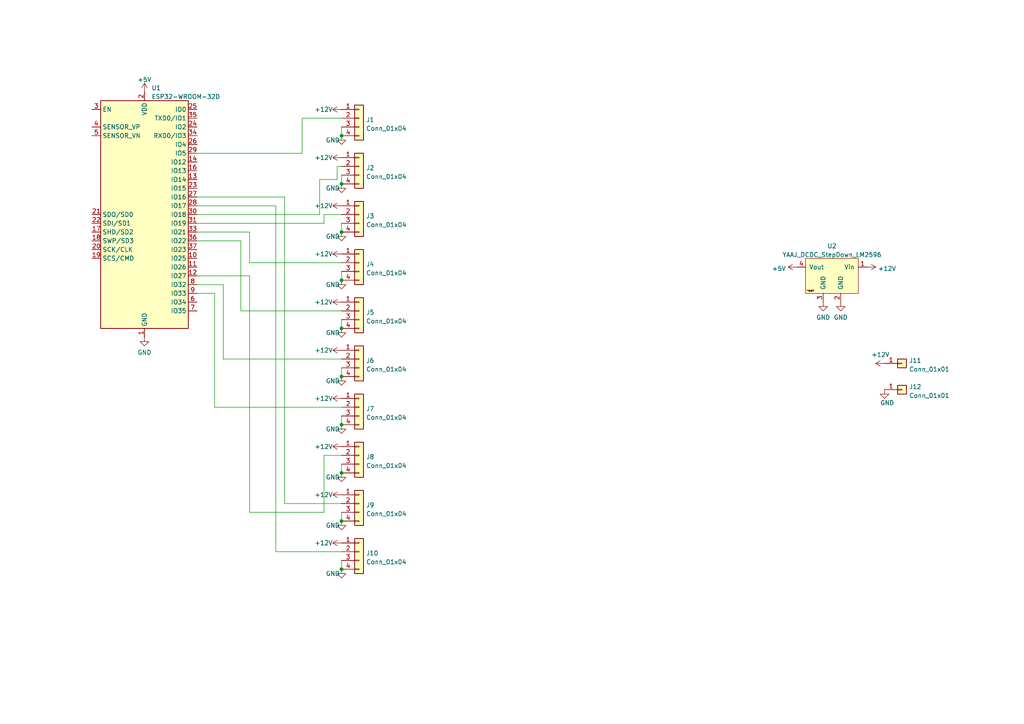
<source format=kicad_sch>
(kicad_sch (version 20211123) (generator eeschema)

  (uuid dc615000-52f1-408f-aac6-f6128d495965)

  (paper "A4")

  (lib_symbols
    (symbol "Connector_Generic:Conn_01x01" (pin_names (offset 1.016) hide) (in_bom yes) (on_board yes)
      (property "Reference" "J" (id 0) (at 0 2.54 0)
        (effects (font (size 1.27 1.27)))
      )
      (property "Value" "Conn_01x01" (id 1) (at 0 -2.54 0)
        (effects (font (size 1.27 1.27)))
      )
      (property "Footprint" "" (id 2) (at 0 0 0)
        (effects (font (size 1.27 1.27)) hide)
      )
      (property "Datasheet" "~" (id 3) (at 0 0 0)
        (effects (font (size 1.27 1.27)) hide)
      )
      (property "ki_keywords" "connector" (id 4) (at 0 0 0)
        (effects (font (size 1.27 1.27)) hide)
      )
      (property "ki_description" "Generic connector, single row, 01x01, script generated (kicad-library-utils/schlib/autogen/connector/)" (id 5) (at 0 0 0)
        (effects (font (size 1.27 1.27)) hide)
      )
      (property "ki_fp_filters" "Connector*:*_1x??_*" (id 6) (at 0 0 0)
        (effects (font (size 1.27 1.27)) hide)
      )
      (symbol "Conn_01x01_1_1"
        (rectangle (start -1.27 0.127) (end 0 -0.127)
          (stroke (width 0.1524) (type default) (color 0 0 0 0))
          (fill (type none))
        )
        (rectangle (start -1.27 1.27) (end 1.27 -1.27)
          (stroke (width 0.254) (type default) (color 0 0 0 0))
          (fill (type background))
        )
        (pin passive line (at -5.08 0 0) (length 3.81)
          (name "Pin_1" (effects (font (size 1.27 1.27))))
          (number "1" (effects (font (size 1.27 1.27))))
        )
      )
    )
    (symbol "Connector_Generic:Conn_01x04" (pin_names (offset 1.016) hide) (in_bom yes) (on_board yes)
      (property "Reference" "J" (id 0) (at 0 5.08 0)
        (effects (font (size 1.27 1.27)))
      )
      (property "Value" "Conn_01x04" (id 1) (at 0 -7.62 0)
        (effects (font (size 1.27 1.27)))
      )
      (property "Footprint" "" (id 2) (at 0 0 0)
        (effects (font (size 1.27 1.27)) hide)
      )
      (property "Datasheet" "~" (id 3) (at 0 0 0)
        (effects (font (size 1.27 1.27)) hide)
      )
      (property "ki_keywords" "connector" (id 4) (at 0 0 0)
        (effects (font (size 1.27 1.27)) hide)
      )
      (property "ki_description" "Generic connector, single row, 01x04, script generated (kicad-library-utils/schlib/autogen/connector/)" (id 5) (at 0 0 0)
        (effects (font (size 1.27 1.27)) hide)
      )
      (property "ki_fp_filters" "Connector*:*_1x??_*" (id 6) (at 0 0 0)
        (effects (font (size 1.27 1.27)) hide)
      )
      (symbol "Conn_01x04_1_1"
        (rectangle (start -1.27 -4.953) (end 0 -5.207)
          (stroke (width 0.1524) (type default) (color 0 0 0 0))
          (fill (type none))
        )
        (rectangle (start -1.27 -2.413) (end 0 -2.667)
          (stroke (width 0.1524) (type default) (color 0 0 0 0))
          (fill (type none))
        )
        (rectangle (start -1.27 0.127) (end 0 -0.127)
          (stroke (width 0.1524) (type default) (color 0 0 0 0))
          (fill (type none))
        )
        (rectangle (start -1.27 2.667) (end 0 2.413)
          (stroke (width 0.1524) (type default) (color 0 0 0 0))
          (fill (type none))
        )
        (rectangle (start -1.27 3.81) (end 1.27 -6.35)
          (stroke (width 0.254) (type default) (color 0 0 0 0))
          (fill (type background))
        )
        (pin passive line (at -5.08 2.54 0) (length 3.81)
          (name "Pin_1" (effects (font (size 1.27 1.27))))
          (number "1" (effects (font (size 1.27 1.27))))
        )
        (pin passive line (at -5.08 0 0) (length 3.81)
          (name "Pin_2" (effects (font (size 1.27 1.27))))
          (number "2" (effects (font (size 1.27 1.27))))
        )
        (pin passive line (at -5.08 -2.54 0) (length 3.81)
          (name "Pin_3" (effects (font (size 1.27 1.27))))
          (number "3" (effects (font (size 1.27 1.27))))
        )
        (pin passive line (at -5.08 -5.08 0) (length 3.81)
          (name "Pin_4" (effects (font (size 1.27 1.27))))
          (number "4" (effects (font (size 1.27 1.27))))
        )
      )
    )
    (symbol "Custom:YAAJ_DCDC_StepDown_LM2596" (pin_names (offset 1.016)) (in_bom yes) (on_board yes)
      (property "Reference" "U" (id 0) (at -5.08 6.35 0)
        (effects (font (size 1.27 1.27)))
      )
      (property "Value" "YAAJ_DCDC_StepDown_LM2596" (id 1) (at 0 11.43 0)
        (effects (font (size 1.27 1.27)))
      )
      (property "Footprint" "" (id 2) (at -1.27 0 0)
        (effects (font (size 1.27 1.27)) hide)
      )
      (property "Datasheet" "" (id 3) (at -1.27 0 0)
        (effects (font (size 1.27 1.27)) hide)
      )
      (property "ki_keywords" "module stepdown step down buck converter DCDC DC" (id 4) (at 0 0 0)
        (effects (font (size 1.27 1.27)) hide)
      )
      (property "ki_description" "module : adjustable step down module 3.2V-40V to 1.25V-35V 3A" (id 5) (at 0 0 0)
        (effects (font (size 1.27 1.27)) hide)
      )
      (symbol "YAAJ_DCDC_StepDown_LM2596_0_1"
        (rectangle (start -7.62 5.08) (end 7.62 -5.08)
          (stroke (width 0) (type default) (color 0 0 0 0))
          (fill (type background))
        )
      )
      (symbol "YAAJ_DCDC_StepDown_LM2596_1_1"
        (text "Y@@V" (at 6.1976 -4.2672 0)
          (effects (font (size 0.508 0.508)))
        )
        (pin power_in line (at -10.16 2.54 0) (length 2.54)
          (name "Vin" (effects (font (size 1.27 1.27))))
          (number "1" (effects (font (size 1.27 1.27))))
        )
        (pin power_in line (at -2.54 -7.62 90) (length 2.54)
          (name "GND" (effects (font (size 1.27 1.27))))
          (number "2" (effects (font (size 1.27 1.27))))
        )
        (pin power_in line (at 2.54 -7.62 90) (length 2.54)
          (name "GND" (effects (font (size 1.27 1.27))))
          (number "3" (effects (font (size 1.27 1.27))))
        )
        (pin power_out line (at 10.16 2.54 180) (length 2.54)
          (name "Vout" (effects (font (size 1.27 1.27))))
          (number "4" (effects (font (size 1.27 1.27))))
        )
      )
    )
    (symbol "RF_Module:ESP32-WROOM-32D" (in_bom yes) (on_board yes)
      (property "Reference" "U" (id 0) (at -12.7 34.29 0)
        (effects (font (size 1.27 1.27)) (justify left))
      )
      (property "Value" "ESP32-WROOM-32D" (id 1) (at 1.27 34.29 0)
        (effects (font (size 1.27 1.27)) (justify left))
      )
      (property "Footprint" "RF_Module:ESP32-WROOM-32" (id 2) (at 0 -38.1 0)
        (effects (font (size 1.27 1.27)) hide)
      )
      (property "Datasheet" "https://www.espressif.com/sites/default/files/documentation/esp32-wroom-32d_esp32-wroom-32u_datasheet_en.pdf" (id 3) (at -7.62 1.27 0)
        (effects (font (size 1.27 1.27)) hide)
      )
      (property "ki_keywords" "RF Radio BT ESP ESP32 Espressif onboard PCB antenna" (id 4) (at 0 0 0)
        (effects (font (size 1.27 1.27)) hide)
      )
      (property "ki_description" "RF Module, ESP32-D0WD SoC, Wi-Fi 802.11b/g/n, Bluetooth, BLE, 32-bit, 2.7-3.6V, onboard antenna, SMD" (id 5) (at 0 0 0)
        (effects (font (size 1.27 1.27)) hide)
      )
      (property "ki_fp_filters" "ESP32?WROOM?32*" (id 6) (at 0 0 0)
        (effects (font (size 1.27 1.27)) hide)
      )
      (symbol "ESP32-WROOM-32D_0_1"
        (rectangle (start -12.7 33.02) (end 12.7 -33.02)
          (stroke (width 0.254) (type default) (color 0 0 0 0))
          (fill (type background))
        )
      )
      (symbol "ESP32-WROOM-32D_1_1"
        (pin power_in line (at 0 -35.56 90) (length 2.54)
          (name "GND" (effects (font (size 1.27 1.27))))
          (number "1" (effects (font (size 1.27 1.27))))
        )
        (pin bidirectional line (at 15.24 -12.7 180) (length 2.54)
          (name "IO25" (effects (font (size 1.27 1.27))))
          (number "10" (effects (font (size 1.27 1.27))))
        )
        (pin bidirectional line (at 15.24 -15.24 180) (length 2.54)
          (name "IO26" (effects (font (size 1.27 1.27))))
          (number "11" (effects (font (size 1.27 1.27))))
        )
        (pin bidirectional line (at 15.24 -17.78 180) (length 2.54)
          (name "IO27" (effects (font (size 1.27 1.27))))
          (number "12" (effects (font (size 1.27 1.27))))
        )
        (pin bidirectional line (at 15.24 10.16 180) (length 2.54)
          (name "IO14" (effects (font (size 1.27 1.27))))
          (number "13" (effects (font (size 1.27 1.27))))
        )
        (pin bidirectional line (at 15.24 15.24 180) (length 2.54)
          (name "IO12" (effects (font (size 1.27 1.27))))
          (number "14" (effects (font (size 1.27 1.27))))
        )
        (pin passive line (at 0 -35.56 90) (length 2.54) hide
          (name "GND" (effects (font (size 1.27 1.27))))
          (number "15" (effects (font (size 1.27 1.27))))
        )
        (pin bidirectional line (at 15.24 12.7 180) (length 2.54)
          (name "IO13" (effects (font (size 1.27 1.27))))
          (number "16" (effects (font (size 1.27 1.27))))
        )
        (pin bidirectional line (at -15.24 -5.08 0) (length 2.54)
          (name "SHD/SD2" (effects (font (size 1.27 1.27))))
          (number "17" (effects (font (size 1.27 1.27))))
        )
        (pin bidirectional line (at -15.24 -7.62 0) (length 2.54)
          (name "SWP/SD3" (effects (font (size 1.27 1.27))))
          (number "18" (effects (font (size 1.27 1.27))))
        )
        (pin bidirectional line (at -15.24 -12.7 0) (length 2.54)
          (name "SCS/CMD" (effects (font (size 1.27 1.27))))
          (number "19" (effects (font (size 1.27 1.27))))
        )
        (pin power_in line (at 0 35.56 270) (length 2.54)
          (name "VDD" (effects (font (size 1.27 1.27))))
          (number "2" (effects (font (size 1.27 1.27))))
        )
        (pin bidirectional line (at -15.24 -10.16 0) (length 2.54)
          (name "SCK/CLK" (effects (font (size 1.27 1.27))))
          (number "20" (effects (font (size 1.27 1.27))))
        )
        (pin bidirectional line (at -15.24 0 0) (length 2.54)
          (name "SDO/SD0" (effects (font (size 1.27 1.27))))
          (number "21" (effects (font (size 1.27 1.27))))
        )
        (pin bidirectional line (at -15.24 -2.54 0) (length 2.54)
          (name "SDI/SD1" (effects (font (size 1.27 1.27))))
          (number "22" (effects (font (size 1.27 1.27))))
        )
        (pin bidirectional line (at 15.24 7.62 180) (length 2.54)
          (name "IO15" (effects (font (size 1.27 1.27))))
          (number "23" (effects (font (size 1.27 1.27))))
        )
        (pin bidirectional line (at 15.24 25.4 180) (length 2.54)
          (name "IO2" (effects (font (size 1.27 1.27))))
          (number "24" (effects (font (size 1.27 1.27))))
        )
        (pin bidirectional line (at 15.24 30.48 180) (length 2.54)
          (name "IO0" (effects (font (size 1.27 1.27))))
          (number "25" (effects (font (size 1.27 1.27))))
        )
        (pin bidirectional line (at 15.24 20.32 180) (length 2.54)
          (name "IO4" (effects (font (size 1.27 1.27))))
          (number "26" (effects (font (size 1.27 1.27))))
        )
        (pin bidirectional line (at 15.24 5.08 180) (length 2.54)
          (name "IO16" (effects (font (size 1.27 1.27))))
          (number "27" (effects (font (size 1.27 1.27))))
        )
        (pin bidirectional line (at 15.24 2.54 180) (length 2.54)
          (name "IO17" (effects (font (size 1.27 1.27))))
          (number "28" (effects (font (size 1.27 1.27))))
        )
        (pin bidirectional line (at 15.24 17.78 180) (length 2.54)
          (name "IO5" (effects (font (size 1.27 1.27))))
          (number "29" (effects (font (size 1.27 1.27))))
        )
        (pin input line (at -15.24 30.48 0) (length 2.54)
          (name "EN" (effects (font (size 1.27 1.27))))
          (number "3" (effects (font (size 1.27 1.27))))
        )
        (pin bidirectional line (at 15.24 0 180) (length 2.54)
          (name "IO18" (effects (font (size 1.27 1.27))))
          (number "30" (effects (font (size 1.27 1.27))))
        )
        (pin bidirectional line (at 15.24 -2.54 180) (length 2.54)
          (name "IO19" (effects (font (size 1.27 1.27))))
          (number "31" (effects (font (size 1.27 1.27))))
        )
        (pin no_connect line (at -12.7 -27.94 0) (length 2.54) hide
          (name "NC" (effects (font (size 1.27 1.27))))
          (number "32" (effects (font (size 1.27 1.27))))
        )
        (pin bidirectional line (at 15.24 -5.08 180) (length 2.54)
          (name "IO21" (effects (font (size 1.27 1.27))))
          (number "33" (effects (font (size 1.27 1.27))))
        )
        (pin bidirectional line (at 15.24 22.86 180) (length 2.54)
          (name "RXD0/IO3" (effects (font (size 1.27 1.27))))
          (number "34" (effects (font (size 1.27 1.27))))
        )
        (pin bidirectional line (at 15.24 27.94 180) (length 2.54)
          (name "TXD0/IO1" (effects (font (size 1.27 1.27))))
          (number "35" (effects (font (size 1.27 1.27))))
        )
        (pin bidirectional line (at 15.24 -7.62 180) (length 2.54)
          (name "IO22" (effects (font (size 1.27 1.27))))
          (number "36" (effects (font (size 1.27 1.27))))
        )
        (pin bidirectional line (at 15.24 -10.16 180) (length 2.54)
          (name "IO23" (effects (font (size 1.27 1.27))))
          (number "37" (effects (font (size 1.27 1.27))))
        )
        (pin passive line (at 0 -35.56 90) (length 2.54) hide
          (name "GND" (effects (font (size 1.27 1.27))))
          (number "38" (effects (font (size 1.27 1.27))))
        )
        (pin passive line (at 0 -35.56 90) (length 2.54) hide
          (name "GND" (effects (font (size 1.27 1.27))))
          (number "39" (effects (font (size 1.27 1.27))))
        )
        (pin input line (at -15.24 25.4 0) (length 2.54)
          (name "SENSOR_VP" (effects (font (size 1.27 1.27))))
          (number "4" (effects (font (size 1.27 1.27))))
        )
        (pin input line (at -15.24 22.86 0) (length 2.54)
          (name "SENSOR_VN" (effects (font (size 1.27 1.27))))
          (number "5" (effects (font (size 1.27 1.27))))
        )
        (pin input line (at 15.24 -25.4 180) (length 2.54)
          (name "IO34" (effects (font (size 1.27 1.27))))
          (number "6" (effects (font (size 1.27 1.27))))
        )
        (pin input line (at 15.24 -27.94 180) (length 2.54)
          (name "IO35" (effects (font (size 1.27 1.27))))
          (number "7" (effects (font (size 1.27 1.27))))
        )
        (pin bidirectional line (at 15.24 -20.32 180) (length 2.54)
          (name "IO32" (effects (font (size 1.27 1.27))))
          (number "8" (effects (font (size 1.27 1.27))))
        )
        (pin bidirectional line (at 15.24 -22.86 180) (length 2.54)
          (name "IO33" (effects (font (size 1.27 1.27))))
          (number "9" (effects (font (size 1.27 1.27))))
        )
      )
    )
    (symbol "power:+12V" (power) (pin_names (offset 0)) (in_bom yes) (on_board yes)
      (property "Reference" "#PWR" (id 0) (at 0 -3.81 0)
        (effects (font (size 1.27 1.27)) hide)
      )
      (property "Value" "+12V" (id 1) (at 0 3.556 0)
        (effects (font (size 1.27 1.27)))
      )
      (property "Footprint" "" (id 2) (at 0 0 0)
        (effects (font (size 1.27 1.27)) hide)
      )
      (property "Datasheet" "" (id 3) (at 0 0 0)
        (effects (font (size 1.27 1.27)) hide)
      )
      (property "ki_keywords" "power-flag" (id 4) (at 0 0 0)
        (effects (font (size 1.27 1.27)) hide)
      )
      (property "ki_description" "Power symbol creates a global label with name \"+12V\"" (id 5) (at 0 0 0)
        (effects (font (size 1.27 1.27)) hide)
      )
      (symbol "+12V_0_1"
        (polyline
          (pts
            (xy -0.762 1.27)
            (xy 0 2.54)
          )
          (stroke (width 0) (type default) (color 0 0 0 0))
          (fill (type none))
        )
        (polyline
          (pts
            (xy 0 0)
            (xy 0 2.54)
          )
          (stroke (width 0) (type default) (color 0 0 0 0))
          (fill (type none))
        )
        (polyline
          (pts
            (xy 0 2.54)
            (xy 0.762 1.27)
          )
          (stroke (width 0) (type default) (color 0 0 0 0))
          (fill (type none))
        )
      )
      (symbol "+12V_1_1"
        (pin power_in line (at 0 0 90) (length 0) hide
          (name "+12V" (effects (font (size 1.27 1.27))))
          (number "1" (effects (font (size 1.27 1.27))))
        )
      )
    )
    (symbol "power:+5V" (power) (pin_names (offset 0)) (in_bom yes) (on_board yes)
      (property "Reference" "#PWR" (id 0) (at 0 -3.81 0)
        (effects (font (size 1.27 1.27)) hide)
      )
      (property "Value" "+5V" (id 1) (at 0 3.556 0)
        (effects (font (size 1.27 1.27)))
      )
      (property "Footprint" "" (id 2) (at 0 0 0)
        (effects (font (size 1.27 1.27)) hide)
      )
      (property "Datasheet" "" (id 3) (at 0 0 0)
        (effects (font (size 1.27 1.27)) hide)
      )
      (property "ki_keywords" "power-flag" (id 4) (at 0 0 0)
        (effects (font (size 1.27 1.27)) hide)
      )
      (property "ki_description" "Power symbol creates a global label with name \"+5V\"" (id 5) (at 0 0 0)
        (effects (font (size 1.27 1.27)) hide)
      )
      (symbol "+5V_0_1"
        (polyline
          (pts
            (xy -0.762 1.27)
            (xy 0 2.54)
          )
          (stroke (width 0) (type default) (color 0 0 0 0))
          (fill (type none))
        )
        (polyline
          (pts
            (xy 0 0)
            (xy 0 2.54)
          )
          (stroke (width 0) (type default) (color 0 0 0 0))
          (fill (type none))
        )
        (polyline
          (pts
            (xy 0 2.54)
            (xy 0.762 1.27)
          )
          (stroke (width 0) (type default) (color 0 0 0 0))
          (fill (type none))
        )
      )
      (symbol "+5V_1_1"
        (pin power_in line (at 0 0 90) (length 0) hide
          (name "+5V" (effects (font (size 1.27 1.27))))
          (number "1" (effects (font (size 1.27 1.27))))
        )
      )
    )
    (symbol "power:GND" (power) (pin_names (offset 0)) (in_bom yes) (on_board yes)
      (property "Reference" "#PWR" (id 0) (at 0 -6.35 0)
        (effects (font (size 1.27 1.27)) hide)
      )
      (property "Value" "GND" (id 1) (at 0 -3.81 0)
        (effects (font (size 1.27 1.27)))
      )
      (property "Footprint" "" (id 2) (at 0 0 0)
        (effects (font (size 1.27 1.27)) hide)
      )
      (property "Datasheet" "" (id 3) (at 0 0 0)
        (effects (font (size 1.27 1.27)) hide)
      )
      (property "ki_keywords" "power-flag" (id 4) (at 0 0 0)
        (effects (font (size 1.27 1.27)) hide)
      )
      (property "ki_description" "Power symbol creates a global label with name \"GND\" , ground" (id 5) (at 0 0 0)
        (effects (font (size 1.27 1.27)) hide)
      )
      (symbol "GND_0_1"
        (polyline
          (pts
            (xy 0 0)
            (xy 0 -1.27)
            (xy 1.27 -1.27)
            (xy 0 -2.54)
            (xy -1.27 -1.27)
            (xy 0 -1.27)
          )
          (stroke (width 0) (type default) (color 0 0 0 0))
          (fill (type none))
        )
      )
      (symbol "GND_1_1"
        (pin power_in line (at 0 0 270) (length 0) hide
          (name "GND" (effects (font (size 1.27 1.27))))
          (number "1" (effects (font (size 1.27 1.27))))
        )
      )
    )
  )

  (junction (at 99.06 67.31) (diameter 0) (color 0 0 0 0)
    (uuid 0721c0e4-51fe-4137-8854-32ecbec251d3)
  )
  (junction (at 99.06 109.22) (diameter 0) (color 0 0 0 0)
    (uuid 0c319fb4-239a-40ce-8e16-1d3e8cb71f09)
  )
  (junction (at 99.06 95.25) (diameter 0) (color 0 0 0 0)
    (uuid 1059bf5d-1715-498d-9208-bbf0efcbde03)
  )
  (junction (at 99.06 53.34) (diameter 0) (color 0 0 0 0)
    (uuid 16b0241e-6054-4565-8a77-3eccfb02ad05)
  )
  (junction (at 99.06 165.1) (diameter 0) (color 0 0 0 0)
    (uuid 2174fc7e-7b02-4b24-8eb3-371056cad533)
  )
  (junction (at 99.06 151.13) (diameter 0) (color 0 0 0 0)
    (uuid 54e564ba-e19c-45ea-92d7-9f670ef3733e)
  )
  (junction (at 99.06 123.19) (diameter 0) (color 0 0 0 0)
    (uuid 9b950f8e-3ef6-4feb-b3fa-882c364ef7b3)
  )
  (junction (at 99.06 81.28) (diameter 0) (color 0 0 0 0)
    (uuid a8f3d820-f82d-4bc7-bdd6-b31af8bc0119)
  )
  (junction (at 99.06 39.37) (diameter 0) (color 0 0 0 0)
    (uuid d2449310-3635-4384-992b-c0cf3318cb05)
  )
  (junction (at 99.06 137.16) (diameter 0) (color 0 0 0 0)
    (uuid d71fa146-a081-4248-a3e1-d17c1de57656)
  )

  (wire (pts (xy 57.15 85.09) (xy 62.23 85.09))
    (stroke (width 0) (type default) (color 0 0 0 0))
    (uuid 00a63f2b-897b-4b19-b1ea-7b1dfdc52e2f)
  )
  (wire (pts (xy 87.63 44.45) (xy 87.63 34.29))
    (stroke (width 0) (type default) (color 0 0 0 0))
    (uuid 09e16f13-0c22-4fe1-95c9-d044f160d0f8)
  )
  (wire (pts (xy 92.71 52.07) (xy 97.79 52.07))
    (stroke (width 0) (type default) (color 0 0 0 0))
    (uuid 11d8645e-881f-4937-a14f-6c1426381618)
  )
  (wire (pts (xy 69.85 69.85) (xy 69.85 90.17))
    (stroke (width 0) (type default) (color 0 0 0 0))
    (uuid 13597af3-396b-4187-b542-322f0850578d)
  )
  (wire (pts (xy 57.15 67.31) (xy 72.39 67.31))
    (stroke (width 0) (type default) (color 0 0 0 0))
    (uuid 190070b0-85cd-4fae-939e-be80e77338b7)
  )
  (wire (pts (xy 80.01 59.69) (xy 80.01 160.02))
    (stroke (width 0) (type default) (color 0 0 0 0))
    (uuid 19675e51-ca97-40c0-b8d2-d52b5adbcd52)
  )
  (wire (pts (xy 72.39 76.2) (xy 99.06 76.2))
    (stroke (width 0) (type default) (color 0 0 0 0))
    (uuid 21c7b0a5-3e40-4858-9235-c2f993452ea1)
  )
  (wire (pts (xy 99.06 120.65) (xy 99.06 123.19))
    (stroke (width 0) (type default) (color 0 0 0 0))
    (uuid 26e9d38c-c3d4-4c57-b861-c3e5355d9f1a)
  )
  (wire (pts (xy 97.79 52.07) (xy 97.79 48.26))
    (stroke (width 0) (type default) (color 0 0 0 0))
    (uuid 283184ab-b633-4ac0-8b0d-84d6ae653578)
  )
  (wire (pts (xy 92.71 62.23) (xy 92.71 52.07))
    (stroke (width 0) (type default) (color 0 0 0 0))
    (uuid 35fa65e1-6636-4731-8a61-3e211b1aefb3)
  )
  (wire (pts (xy 69.85 90.17) (xy 99.06 90.17))
    (stroke (width 0) (type default) (color 0 0 0 0))
    (uuid 371b7b32-be32-4eff-bf71-742996b0d911)
  )
  (wire (pts (xy 93.98 132.08) (xy 93.98 148.59))
    (stroke (width 0) (type default) (color 0 0 0 0))
    (uuid 5299eb7a-44b8-4892-a6d8-dc48e7025e2b)
  )
  (wire (pts (xy 64.77 82.55) (xy 64.77 104.14))
    (stroke (width 0) (type default) (color 0 0 0 0))
    (uuid 5adc1364-b5b1-473b-991b-504c6071147c)
  )
  (wire (pts (xy 99.06 78.74) (xy 99.06 81.28))
    (stroke (width 0) (type default) (color 0 0 0 0))
    (uuid 661c212c-5437-4548-97a3-f06198852a81)
  )
  (wire (pts (xy 62.23 118.11) (xy 99.06 118.11))
    (stroke (width 0) (type default) (color 0 0 0 0))
    (uuid 6b8ad699-ca7c-426b-ba48-fb7e1923d445)
  )
  (wire (pts (xy 57.15 80.01) (xy 72.39 80.01))
    (stroke (width 0) (type default) (color 0 0 0 0))
    (uuid 6e07d66c-e543-4ea9-8f2a-45fe87258732)
  )
  (wire (pts (xy 80.01 160.02) (xy 99.06 160.02))
    (stroke (width 0) (type default) (color 0 0 0 0))
    (uuid 71ddfe99-a7bb-4d48-b76a-d8cf931ac389)
  )
  (wire (pts (xy 57.15 57.15) (xy 82.55 57.15))
    (stroke (width 0) (type default) (color 0 0 0 0))
    (uuid 72ac9313-b24c-4095-a0f7-784562b5eb77)
  )
  (wire (pts (xy 57.15 82.55) (xy 64.77 82.55))
    (stroke (width 0) (type default) (color 0 0 0 0))
    (uuid 7a590b11-909d-42f8-83e1-e819e3394057)
  )
  (wire (pts (xy 57.15 64.77) (xy 93.98 64.77))
    (stroke (width 0) (type default) (color 0 0 0 0))
    (uuid 83625fb4-dec4-4e5c-9cc6-1f4721494f3b)
  )
  (wire (pts (xy 72.39 67.31) (xy 72.39 76.2))
    (stroke (width 0) (type default) (color 0 0 0 0))
    (uuid 862dbe27-6799-41dc-afb5-57ed33e7dbf0)
  )
  (wire (pts (xy 99.06 92.71) (xy 99.06 95.25))
    (stroke (width 0) (type default) (color 0 0 0 0))
    (uuid 92501939-86c3-4e6a-89ab-3b6806964b56)
  )
  (wire (pts (xy 99.06 36.83) (xy 99.06 39.37))
    (stroke (width 0) (type default) (color 0 0 0 0))
    (uuid 93230611-7314-431c-b926-cb2c48f92fc3)
  )
  (wire (pts (xy 99.06 50.8) (xy 99.06 53.34))
    (stroke (width 0) (type default) (color 0 0 0 0))
    (uuid 9478992c-93ca-48bf-8053-72d39a73f645)
  )
  (wire (pts (xy 87.63 34.29) (xy 99.06 34.29))
    (stroke (width 0) (type default) (color 0 0 0 0))
    (uuid 95f0939d-600f-46e0-889f-680e1c91bc3b)
  )
  (wire (pts (xy 57.15 62.23) (xy 92.71 62.23))
    (stroke (width 0) (type default) (color 0 0 0 0))
    (uuid 966f2997-6a38-4a23-9b4e-95a3868e53ca)
  )
  (wire (pts (xy 93.98 62.23) (xy 99.06 62.23))
    (stroke (width 0) (type default) (color 0 0 0 0))
    (uuid 9a9fd6ef-e6d6-49f8-82d8-b2bfa6517de5)
  )
  (wire (pts (xy 82.55 146.05) (xy 99.06 146.05))
    (stroke (width 0) (type default) (color 0 0 0 0))
    (uuid a6a71609-3eec-4d7b-bf84-21edf222e548)
  )
  (wire (pts (xy 93.98 64.77) (xy 93.98 62.23))
    (stroke (width 0) (type default) (color 0 0 0 0))
    (uuid a96ac600-4234-4ba8-8cf7-d8bf3bfd9ad0)
  )
  (wire (pts (xy 99.06 64.77) (xy 99.06 67.31))
    (stroke (width 0) (type default) (color 0 0 0 0))
    (uuid ad44c987-864b-4ac7-8404-3000a300a64b)
  )
  (wire (pts (xy 99.06 162.56) (xy 99.06 165.1))
    (stroke (width 0) (type default) (color 0 0 0 0))
    (uuid b401f255-9a3e-42a0-90d8-705c89d8a709)
  )
  (wire (pts (xy 93.98 132.08) (xy 99.06 132.08))
    (stroke (width 0) (type default) (color 0 0 0 0))
    (uuid b9a10425-e374-43ce-97fd-74b4119a7a81)
  )
  (wire (pts (xy 72.39 80.01) (xy 72.39 148.59))
    (stroke (width 0) (type default) (color 0 0 0 0))
    (uuid c2b10e49-d5f7-4e62-b3da-2e47cbbb2e8f)
  )
  (wire (pts (xy 99.06 148.59) (xy 99.06 151.13))
    (stroke (width 0) (type default) (color 0 0 0 0))
    (uuid c8755489-2028-41a4-a94c-b43ab5a0e9d8)
  )
  (wire (pts (xy 62.23 85.09) (xy 62.23 118.11))
    (stroke (width 0) (type default) (color 0 0 0 0))
    (uuid cc1b2dd7-d4ea-45b3-9158-ecbc7bc38857)
  )
  (wire (pts (xy 64.77 104.14) (xy 99.06 104.14))
    (stroke (width 0) (type default) (color 0 0 0 0))
    (uuid cec0294d-ca4e-4826-ab4f-66785b0a11db)
  )
  (wire (pts (xy 57.15 69.85) (xy 69.85 69.85))
    (stroke (width 0) (type default) (color 0 0 0 0))
    (uuid d1d68258-42cf-4272-8c63-4a66c91c944e)
  )
  (wire (pts (xy 57.15 59.69) (xy 80.01 59.69))
    (stroke (width 0) (type default) (color 0 0 0 0))
    (uuid d6ce4662-d076-40e6-b522-4c2cdb6bc000)
  )
  (wire (pts (xy 99.06 134.62) (xy 99.06 137.16))
    (stroke (width 0) (type default) (color 0 0 0 0))
    (uuid d883745f-9432-4159-bc6c-968caeba6977)
  )
  (wire (pts (xy 82.55 57.15) (xy 82.55 146.05))
    (stroke (width 0) (type default) (color 0 0 0 0))
    (uuid da53969b-b393-4ef6-84a0-7b3ad96fb394)
  )
  (wire (pts (xy 57.15 44.45) (xy 87.63 44.45))
    (stroke (width 0) (type default) (color 0 0 0 0))
    (uuid de4e6b25-c2de-4370-bb80-b9c651e3f7f8)
  )
  (wire (pts (xy 72.39 148.59) (xy 93.98 148.59))
    (stroke (width 0) (type default) (color 0 0 0 0))
    (uuid f14f95a4-f8b3-4623-8e0e-df2796a6ac6c)
  )
  (wire (pts (xy 99.06 106.68) (xy 99.06 109.22))
    (stroke (width 0) (type default) (color 0 0 0 0))
    (uuid f56a86aa-7679-483c-b95d-b9878287e916)
  )
  (wire (pts (xy 97.79 48.26) (xy 99.06 48.26))
    (stroke (width 0) (type default) (color 0 0 0 0))
    (uuid fb9ff129-72d1-425c-a9bb-f2a114a24d6f)
  )

  (symbol (lib_id "power:+12V") (at 251.46 77.47 270) (unit 1)
    (in_bom yes) (on_board yes) (fields_autoplaced)
    (uuid 06622ee2-bd03-4459-a11e-7a0b44d7258e)
    (property "Reference" "#PWR026" (id 0) (at 247.65 77.47 0)
      (effects (font (size 1.27 1.27)) hide)
    )
    (property "Value" "+12V" (id 1) (at 254.635 77.9038 90)
      (effects (font (size 1.27 1.27)) (justify left))
    )
    (property "Footprint" "" (id 2) (at 251.46 77.47 0)
      (effects (font (size 1.27 1.27)) hide)
    )
    (property "Datasheet" "" (id 3) (at 251.46 77.47 0)
      (effects (font (size 1.27 1.27)) hide)
    )
    (pin "1" (uuid 88afbb1e-d0f4-468c-93df-8a3a29cfc711))
  )

  (symbol (lib_id "power:GND") (at 41.91 97.79 0) (unit 1)
    (in_bom yes) (on_board yes) (fields_autoplaced)
    (uuid 0ad3a26b-ce9a-4168-a17c-d2c703f53e0f)
    (property "Reference" "#PWR02" (id 0) (at 41.91 104.14 0)
      (effects (font (size 1.27 1.27)) hide)
    )
    (property "Value" "GND" (id 1) (at 41.91 102.2334 0))
    (property "Footprint" "" (id 2) (at 41.91 97.79 0)
      (effects (font (size 1.27 1.27)) hide)
    )
    (property "Datasheet" "" (id 3) (at 41.91 97.79 0)
      (effects (font (size 1.27 1.27)) hide)
    )
    (pin "1" (uuid b689f51b-c7e9-4bb1-b9e7-4284dbf63730))
  )

  (symbol (lib_id "Connector_Generic:Conn_01x04") (at 104.14 62.23 0) (unit 1)
    (in_bom yes) (on_board yes) (fields_autoplaced)
    (uuid 10143dfe-88b7-4916-a31b-5e70e43351e8)
    (property "Reference" "J3" (id 0) (at 106.172 62.6653 0)
      (effects (font (size 1.27 1.27)) (justify left))
    )
    (property "Value" "Conn_01x04" (id 1) (at 106.172 65.2022 0)
      (effects (font (size 1.27 1.27)) (justify left))
    )
    (property "Footprint" "Connector_JST:JST_XH_S4B-XH-A_1x04_P2.50mm_Horizontal" (id 2) (at 104.14 62.23 0)
      (effects (font (size 1.27 1.27)) hide)
    )
    (property "Datasheet" "~" (id 3) (at 104.14 62.23 0)
      (effects (font (size 1.27 1.27)) hide)
    )
    (pin "1" (uuid b3084647-0677-41bd-83f6-b4e1cec5e50f))
    (pin "2" (uuid 1543aac7-2ddc-4f4b-bda3-5fbef53eacf4))
    (pin "3" (uuid ceda5f7d-2e50-4693-a400-d496bc79c37f))
    (pin "4" (uuid 3c50ee08-0bf7-42a8-a122-5f90a0a1a7dc))
  )

  (symbol (lib_id "power:GND") (at 99.06 53.34 0) (unit 1)
    (in_bom yes) (on_board yes)
    (uuid 1187aeba-f4bc-4f82-a44c-19d81d100fb5)
    (property "Reference" "#PWR06" (id 0) (at 99.06 59.69 0)
      (effects (font (size 1.27 1.27)) hide)
    )
    (property "Value" "GND" (id 1) (at 96.52 54.61 0))
    (property "Footprint" "" (id 2) (at 99.06 53.34 0)
      (effects (font (size 1.27 1.27)) hide)
    )
    (property "Datasheet" "" (id 3) (at 99.06 53.34 0)
      (effects (font (size 1.27 1.27)) hide)
    )
    (pin "1" (uuid b7bcca25-0414-4546-8059-123a6fe650ef))
  )

  (symbol (lib_id "power:GND") (at 256.54 113.03 0) (unit 1)
    (in_bom yes) (on_board yes)
    (uuid 11f4c0eb-a409-43b0-86c3-3fdc5769e092)
    (property "Reference" "#PWR028" (id 0) (at 256.54 119.38 0)
      (effects (font (size 1.27 1.27)) hide)
    )
    (property "Value" "GND" (id 1) (at 255.27 116.84 0)
      (effects (font (size 1.27 1.27)) (justify left))
    )
    (property "Footprint" "" (id 2) (at 256.54 113.03 0)
      (effects (font (size 1.27 1.27)) hide)
    )
    (property "Datasheet" "" (id 3) (at 256.54 113.03 0)
      (effects (font (size 1.27 1.27)) hide)
    )
    (pin "1" (uuid 6a68ba82-6c39-4468-9a03-4056935c8315))
  )

  (symbol (lib_id "power:+12V") (at 99.06 45.72 90) (unit 1)
    (in_bom yes) (on_board yes)
    (uuid 14fd0731-d438-4a00-9acf-92eb550af82d)
    (property "Reference" "#PWR05" (id 0) (at 102.87 45.72 0)
      (effects (font (size 1.27 1.27)) hide)
    )
    (property "Value" "+12V" (id 1) (at 96.52 45.72 90)
      (effects (font (size 1.27 1.27)) (justify left))
    )
    (property "Footprint" "" (id 2) (at 99.06 45.72 0)
      (effects (font (size 1.27 1.27)) hide)
    )
    (property "Datasheet" "" (id 3) (at 99.06 45.72 0)
      (effects (font (size 1.27 1.27)) hide)
    )
    (pin "1" (uuid 02598ed0-0a8e-41d9-a409-cf4f7700e575))
  )

  (symbol (lib_id "Connector_Generic:Conn_01x01") (at 261.62 105.41 0) (unit 1)
    (in_bom yes) (on_board yes) (fields_autoplaced)
    (uuid 17454590-339d-46fe-aeff-0242703effe2)
    (property "Reference" "J11" (id 0) (at 263.652 104.5753 0)
      (effects (font (size 1.27 1.27)) (justify left))
    )
    (property "Value" "Conn_01x01" (id 1) (at 263.652 107.1122 0)
      (effects (font (size 1.27 1.27)) (justify left))
    )
    (property "Footprint" "Custom:Anderson_Powerpole-25A-RA-G1" (id 2) (at 261.62 105.41 0)
      (effects (font (size 1.27 1.27)) hide)
    )
    (property "Datasheet" "~" (id 3) (at 261.62 105.41 0)
      (effects (font (size 1.27 1.27)) hide)
    )
    (pin "1" (uuid b2c4bc3b-8188-49f4-a8f2-ffb4ba5cf38e))
  )

  (symbol (lib_id "power:GND") (at 99.06 123.19 0) (unit 1)
    (in_bom yes) (on_board yes)
    (uuid 184810fe-ddda-42ae-9c6c-6780cbe7a4e8)
    (property "Reference" "#PWR016" (id 0) (at 99.06 129.54 0)
      (effects (font (size 1.27 1.27)) hide)
    )
    (property "Value" "GND" (id 1) (at 96.52 124.46 0))
    (property "Footprint" "" (id 2) (at 99.06 123.19 0)
      (effects (font (size 1.27 1.27)) hide)
    )
    (property "Datasheet" "" (id 3) (at 99.06 123.19 0)
      (effects (font (size 1.27 1.27)) hide)
    )
    (pin "1" (uuid 1a932c7d-3005-4beb-87d0-54901a7e3e54))
  )

  (symbol (lib_id "Connector_Generic:Conn_01x04") (at 104.14 132.08 0) (unit 1)
    (in_bom yes) (on_board yes) (fields_autoplaced)
    (uuid 296932ab-19e8-46ff-8628-ded56dec6e10)
    (property "Reference" "J8" (id 0) (at 106.172 132.5153 0)
      (effects (font (size 1.27 1.27)) (justify left))
    )
    (property "Value" "Conn_01x04" (id 1) (at 106.172 135.0522 0)
      (effects (font (size 1.27 1.27)) (justify left))
    )
    (property "Footprint" "Connector_JST:JST_XH_S4B-XH-A_1x04_P2.50mm_Horizontal" (id 2) (at 104.14 132.08 0)
      (effects (font (size 1.27 1.27)) hide)
    )
    (property "Datasheet" "~" (id 3) (at 104.14 132.08 0)
      (effects (font (size 1.27 1.27)) hide)
    )
    (pin "1" (uuid 0489b40d-a166-4a2d-8874-b7f164638dcf))
    (pin "2" (uuid c3e6c621-5674-4745-9e1f-943fcd294bac))
    (pin "3" (uuid ffcc2cae-fdc0-4b51-9658-abd4de8fcd85))
    (pin "4" (uuid 7cdc6417-4477-4d15-b0db-23b953cc9353))
  )

  (symbol (lib_id "Connector_Generic:Conn_01x04") (at 104.14 34.29 0) (unit 1)
    (in_bom yes) (on_board yes) (fields_autoplaced)
    (uuid 2b2a2165-018a-447b-a154-41223c61fde0)
    (property "Reference" "J1" (id 0) (at 106.172 34.7253 0)
      (effects (font (size 1.27 1.27)) (justify left))
    )
    (property "Value" "Conn_01x04" (id 1) (at 106.172 37.2622 0)
      (effects (font (size 1.27 1.27)) (justify left))
    )
    (property "Footprint" "Connector_JST:JST_XH_S4B-XH-A_1x04_P2.50mm_Horizontal" (id 2) (at 104.14 34.29 0)
      (effects (font (size 1.27 1.27)) hide)
    )
    (property "Datasheet" "~" (id 3) (at 104.14 34.29 0)
      (effects (font (size 1.27 1.27)) hide)
    )
    (pin "1" (uuid 11a791f2-fe0b-4eda-b33b-9de6f7f5b6b6))
    (pin "2" (uuid 35d252d6-d610-4eb7-8538-5f75d89fc5ae))
    (pin "3" (uuid 48d15770-d8b9-4c0e-8331-0a71ef702c9f))
    (pin "4" (uuid acc9722f-d289-4ce1-8185-5a320d43af8d))
  )

  (symbol (lib_id "power:+12V") (at 256.54 105.41 90) (unit 1)
    (in_bom yes) (on_board yes)
    (uuid 3406fecb-1ec3-4f49-9150-3788b9360b6c)
    (property "Reference" "#PWR027" (id 0) (at 260.35 105.41 0)
      (effects (font (size 1.27 1.27)) hide)
    )
    (property "Value" "+12V" (id 1) (at 252.73 102.87 90)
      (effects (font (size 1.27 1.27)) (justify right))
    )
    (property "Footprint" "" (id 2) (at 256.54 105.41 0)
      (effects (font (size 1.27 1.27)) hide)
    )
    (property "Datasheet" "" (id 3) (at 256.54 105.41 0)
      (effects (font (size 1.27 1.27)) hide)
    )
    (pin "1" (uuid 05a0d36a-16bb-4f47-9d85-155b7d14d298))
  )

  (symbol (lib_id "power:GND") (at 99.06 39.37 0) (unit 1)
    (in_bom yes) (on_board yes)
    (uuid 36c8d50e-324f-405a-a920-63ae47c40dff)
    (property "Reference" "#PWR04" (id 0) (at 99.06 45.72 0)
      (effects (font (size 1.27 1.27)) hide)
    )
    (property "Value" "GND" (id 1) (at 96.52 40.64 0))
    (property "Footprint" "" (id 2) (at 99.06 39.37 0)
      (effects (font (size 1.27 1.27)) hide)
    )
    (property "Datasheet" "" (id 3) (at 99.06 39.37 0)
      (effects (font (size 1.27 1.27)) hide)
    )
    (pin "1" (uuid ba150bad-de0c-4b14-acdc-deeacf46d320))
  )

  (symbol (lib_id "Connector_Generic:Conn_01x04") (at 104.14 104.14 0) (unit 1)
    (in_bom yes) (on_board yes) (fields_autoplaced)
    (uuid 38a3d12c-e3d3-48c9-acd7-080aa9179502)
    (property "Reference" "J6" (id 0) (at 106.172 104.5753 0)
      (effects (font (size 1.27 1.27)) (justify left))
    )
    (property "Value" "Conn_01x04" (id 1) (at 106.172 107.1122 0)
      (effects (font (size 1.27 1.27)) (justify left))
    )
    (property "Footprint" "Connector_JST:JST_XH_S4B-XH-A_1x04_P2.50mm_Horizontal" (id 2) (at 104.14 104.14 0)
      (effects (font (size 1.27 1.27)) hide)
    )
    (property "Datasheet" "~" (id 3) (at 104.14 104.14 0)
      (effects (font (size 1.27 1.27)) hide)
    )
    (pin "1" (uuid 8b23ebc8-7347-447d-acd6-3360b497123c))
    (pin "2" (uuid 5af2b8d1-a9a6-4d62-a782-4a0d93a87bb9))
    (pin "3" (uuid ffc7e614-2585-4d6f-8208-53a3c411bdd6))
    (pin "4" (uuid fed6c95d-a54f-464b-b109-df4e06629346))
  )

  (symbol (lib_id "Connector_Generic:Conn_01x04") (at 104.14 146.05 0) (unit 1)
    (in_bom yes) (on_board yes) (fields_autoplaced)
    (uuid 3f40a295-9513-4c68-8b87-5a282b001bfc)
    (property "Reference" "J9" (id 0) (at 106.172 146.4853 0)
      (effects (font (size 1.27 1.27)) (justify left))
    )
    (property "Value" "Conn_01x04" (id 1) (at 106.172 149.0222 0)
      (effects (font (size 1.27 1.27)) (justify left))
    )
    (property "Footprint" "Connector_JST:JST_XH_S4B-XH-A_1x04_P2.50mm_Horizontal" (id 2) (at 104.14 146.05 0)
      (effects (font (size 1.27 1.27)) hide)
    )
    (property "Datasheet" "~" (id 3) (at 104.14 146.05 0)
      (effects (font (size 1.27 1.27)) hide)
    )
    (pin "1" (uuid df6c39d4-334b-49d0-8fa9-9eee6cd5b8cf))
    (pin "2" (uuid 8ad0acd4-37dc-4800-bf45-f6764ce2289e))
    (pin "3" (uuid d35f26ac-b4e7-4ef5-b5a9-d2acb64f2c7b))
    (pin "4" (uuid c3328f18-15e8-44bf-8b5f-b1ed7b0092d7))
  )

  (symbol (lib_id "Custom:YAAJ_DCDC_StepDown_LM2596") (at 241.3 80.01 0) (mirror y) (unit 1)
    (in_bom yes) (on_board yes) (fields_autoplaced)
    (uuid 4dbb1688-cf8c-4ae5-b0ef-af57c7b35240)
    (property "Reference" "U2" (id 0) (at 241.3 71.3572 0))
    (property "Value" "YAAJ_DCDC_StepDown_LM2596" (id 1) (at 241.3 73.8941 0))
    (property "Footprint" "Custom:YAAJ_DCDC_StepDown_LM2596" (id 2) (at 242.57 80.01 0)
      (effects (font (size 1.27 1.27)) hide)
    )
    (property "Datasheet" "" (id 3) (at 242.57 80.01 0)
      (effects (font (size 1.27 1.27)) hide)
    )
    (pin "1" (uuid 9ae527ec-4517-4242-94e6-38d3d060ba30))
    (pin "2" (uuid f11eb1a7-c8c8-488e-8092-e82a8fd57f1e))
    (pin "3" (uuid ada9c950-1e0d-4a44-9c64-268d16832248))
    (pin "4" (uuid cbdac60a-eeb3-4796-bb51-10857d80f443))
  )

  (symbol (lib_id "power:GND") (at 99.06 151.13 0) (unit 1)
    (in_bom yes) (on_board yes)
    (uuid 4fc315ee-10ef-4f63-8896-3bb716ff160d)
    (property "Reference" "#PWR020" (id 0) (at 99.06 157.48 0)
      (effects (font (size 1.27 1.27)) hide)
    )
    (property "Value" "GND" (id 1) (at 96.52 152.4 0))
    (property "Footprint" "" (id 2) (at 99.06 151.13 0)
      (effects (font (size 1.27 1.27)) hide)
    )
    (property "Datasheet" "" (id 3) (at 99.06 151.13 0)
      (effects (font (size 1.27 1.27)) hide)
    )
    (pin "1" (uuid 13934e22-0260-462a-b7fe-c0862e9fc88c))
  )

  (symbol (lib_id "power:GND") (at 99.06 109.22 0) (unit 1)
    (in_bom yes) (on_board yes)
    (uuid 598eeb82-779a-4445-ba4b-6b02edba35bd)
    (property "Reference" "#PWR014" (id 0) (at 99.06 115.57 0)
      (effects (font (size 1.27 1.27)) hide)
    )
    (property "Value" "GND" (id 1) (at 96.52 110.49 0))
    (property "Footprint" "" (id 2) (at 99.06 109.22 0)
      (effects (font (size 1.27 1.27)) hide)
    )
    (property "Datasheet" "" (id 3) (at 99.06 109.22 0)
      (effects (font (size 1.27 1.27)) hide)
    )
    (pin "1" (uuid cc6328ce-ff36-456a-9a9e-e03caa7aafa9))
  )

  (symbol (lib_id "power:+12V") (at 99.06 115.57 90) (unit 1)
    (in_bom yes) (on_board yes)
    (uuid 6fec464a-856c-4bfe-b7c8-5015278aa43a)
    (property "Reference" "#PWR015" (id 0) (at 102.87 115.57 0)
      (effects (font (size 1.27 1.27)) hide)
    )
    (property "Value" "+12V" (id 1) (at 96.52 115.57 90)
      (effects (font (size 1.27 1.27)) (justify left))
    )
    (property "Footprint" "" (id 2) (at 99.06 115.57 0)
      (effects (font (size 1.27 1.27)) hide)
    )
    (property "Datasheet" "" (id 3) (at 99.06 115.57 0)
      (effects (font (size 1.27 1.27)) hide)
    )
    (pin "1" (uuid 032221d7-97a3-4513-8360-6701af5db23e))
  )

  (symbol (lib_id "power:+12V") (at 99.06 101.6 90) (unit 1)
    (in_bom yes) (on_board yes)
    (uuid 8218da2b-d837-48f8-8085-fdcd0cd2afb2)
    (property "Reference" "#PWR013" (id 0) (at 102.87 101.6 0)
      (effects (font (size 1.27 1.27)) hide)
    )
    (property "Value" "+12V" (id 1) (at 96.52 101.6 90)
      (effects (font (size 1.27 1.27)) (justify left))
    )
    (property "Footprint" "" (id 2) (at 99.06 101.6 0)
      (effects (font (size 1.27 1.27)) hide)
    )
    (property "Datasheet" "" (id 3) (at 99.06 101.6 0)
      (effects (font (size 1.27 1.27)) hide)
    )
    (pin "1" (uuid e9bfe075-59ab-4174-87ea-122807746b32))
  )

  (symbol (lib_id "power:+12V") (at 99.06 73.66 90) (unit 1)
    (in_bom yes) (on_board yes)
    (uuid 83475df7-30d5-4e1b-909f-631d22ec0bce)
    (property "Reference" "#PWR09" (id 0) (at 102.87 73.66 0)
      (effects (font (size 1.27 1.27)) hide)
    )
    (property "Value" "+12V" (id 1) (at 96.52 73.66 90)
      (effects (font (size 1.27 1.27)) (justify left))
    )
    (property "Footprint" "" (id 2) (at 99.06 73.66 0)
      (effects (font (size 1.27 1.27)) hide)
    )
    (property "Datasheet" "" (id 3) (at 99.06 73.66 0)
      (effects (font (size 1.27 1.27)) hide)
    )
    (pin "1" (uuid 41e90051-6705-4a1c-8067-ca5b3655310f))
  )

  (symbol (lib_id "power:+5V") (at 41.91 26.67 0) (unit 1)
    (in_bom yes) (on_board yes) (fields_autoplaced)
    (uuid 8d08a6ec-02ce-48ae-aa58-9e5fa93582ba)
    (property "Reference" "#PWR01" (id 0) (at 41.91 30.48 0)
      (effects (font (size 1.27 1.27)) hide)
    )
    (property "Value" "+5V" (id 1) (at 41.91 23.0942 0))
    (property "Footprint" "" (id 2) (at 41.91 26.67 0)
      (effects (font (size 1.27 1.27)) hide)
    )
    (property "Datasheet" "" (id 3) (at 41.91 26.67 0)
      (effects (font (size 1.27 1.27)) hide)
    )
    (pin "1" (uuid 0b215ccb-f134-47c9-a390-75a91909af5d))
  )

  (symbol (lib_id "power:+5V") (at 231.14 77.47 90) (unit 1)
    (in_bom yes) (on_board yes) (fields_autoplaced)
    (uuid 9008b966-6b28-4ae6-87e6-5eb310eaed7f)
    (property "Reference" "#PWR023" (id 0) (at 234.95 77.47 0)
      (effects (font (size 1.27 1.27)) hide)
    )
    (property "Value" "+5V" (id 1) (at 227.9651 77.9038 90)
      (effects (font (size 1.27 1.27)) (justify left))
    )
    (property "Footprint" "" (id 2) (at 231.14 77.47 0)
      (effects (font (size 1.27 1.27)) hide)
    )
    (property "Datasheet" "" (id 3) (at 231.14 77.47 0)
      (effects (font (size 1.27 1.27)) hide)
    )
    (pin "1" (uuid 1d94cbb5-36f5-482b-a1de-f21d7034c698))
  )

  (symbol (lib_id "power:+12V") (at 99.06 143.51 90) (unit 1)
    (in_bom yes) (on_board yes)
    (uuid 959d3f33-5950-44ab-bfe0-12fd050915c5)
    (property "Reference" "#PWR019" (id 0) (at 102.87 143.51 0)
      (effects (font (size 1.27 1.27)) hide)
    )
    (property "Value" "+12V" (id 1) (at 96.52 143.51 90)
      (effects (font (size 1.27 1.27)) (justify left))
    )
    (property "Footprint" "" (id 2) (at 99.06 143.51 0)
      (effects (font (size 1.27 1.27)) hide)
    )
    (property "Datasheet" "" (id 3) (at 99.06 143.51 0)
      (effects (font (size 1.27 1.27)) hide)
    )
    (pin "1" (uuid 8d7bf616-b071-4297-8b9f-16839af32351))
  )

  (symbol (lib_id "power:GND") (at 99.06 67.31 0) (unit 1)
    (in_bom yes) (on_board yes)
    (uuid 999c07dd-c36b-46aa-8e10-d17942a67568)
    (property "Reference" "#PWR08" (id 0) (at 99.06 73.66 0)
      (effects (font (size 1.27 1.27)) hide)
    )
    (property "Value" "GND" (id 1) (at 96.52 68.58 0))
    (property "Footprint" "" (id 2) (at 99.06 67.31 0)
      (effects (font (size 1.27 1.27)) hide)
    )
    (property "Datasheet" "" (id 3) (at 99.06 67.31 0)
      (effects (font (size 1.27 1.27)) hide)
    )
    (pin "1" (uuid e9d5ed5d-6c39-4763-98cc-a9fd7ab57c68))
  )

  (symbol (lib_id "Connector_Generic:Conn_01x04") (at 104.14 118.11 0) (unit 1)
    (in_bom yes) (on_board yes) (fields_autoplaced)
    (uuid 9a9b37c6-16a1-4c9d-aebf-8218f1bddbc1)
    (property "Reference" "J7" (id 0) (at 106.172 118.5453 0)
      (effects (font (size 1.27 1.27)) (justify left))
    )
    (property "Value" "Conn_01x04" (id 1) (at 106.172 121.0822 0)
      (effects (font (size 1.27 1.27)) (justify left))
    )
    (property "Footprint" "Connector_JST:JST_XH_S4B-XH-A_1x04_P2.50mm_Horizontal" (id 2) (at 104.14 118.11 0)
      (effects (font (size 1.27 1.27)) hide)
    )
    (property "Datasheet" "~" (id 3) (at 104.14 118.11 0)
      (effects (font (size 1.27 1.27)) hide)
    )
    (pin "1" (uuid 8f042800-24ff-4948-b34e-ef0484a14bf9))
    (pin "2" (uuid 48cdabff-195b-4af6-a2ee-abc3c65ced23))
    (pin "3" (uuid 981466db-a0bc-4c67-abac-3003cd63a812))
    (pin "4" (uuid f0e6e6a0-8160-4924-94ef-7caabed34f29))
  )

  (symbol (lib_id "power:GND") (at 243.84 87.63 0) (unit 1)
    (in_bom yes) (on_board yes) (fields_autoplaced)
    (uuid 9ad98042-612c-4b7a-82b6-0ab9f5350d58)
    (property "Reference" "#PWR025" (id 0) (at 243.84 93.98 0)
      (effects (font (size 1.27 1.27)) hide)
    )
    (property "Value" "GND" (id 1) (at 243.84 92.0734 0))
    (property "Footprint" "" (id 2) (at 243.84 87.63 0)
      (effects (font (size 1.27 1.27)) hide)
    )
    (property "Datasheet" "" (id 3) (at 243.84 87.63 0)
      (effects (font (size 1.27 1.27)) hide)
    )
    (pin "1" (uuid 041912eb-dd38-4cfb-9c0e-27ef9ab9a516))
  )

  (symbol (lib_id "power:+12V") (at 99.06 157.48 90) (unit 1)
    (in_bom yes) (on_board yes)
    (uuid 9c5c2bb8-063c-41a9-a9b1-df0b095ad58d)
    (property "Reference" "#PWR021" (id 0) (at 102.87 157.48 0)
      (effects (font (size 1.27 1.27)) hide)
    )
    (property "Value" "+12V" (id 1) (at 96.52 157.48 90)
      (effects (font (size 1.27 1.27)) (justify left))
    )
    (property "Footprint" "" (id 2) (at 99.06 157.48 0)
      (effects (font (size 1.27 1.27)) hide)
    )
    (property "Datasheet" "" (id 3) (at 99.06 157.48 0)
      (effects (font (size 1.27 1.27)) hide)
    )
    (pin "1" (uuid 00fb7394-1e1b-4bec-bb8b-56671adbf6ea))
  )

  (symbol (lib_id "Connector_Generic:Conn_01x01") (at 261.62 113.03 0) (unit 1)
    (in_bom yes) (on_board yes) (fields_autoplaced)
    (uuid 9f0f38ad-9796-4090-ae81-95f643b8d2b0)
    (property "Reference" "J12" (id 0) (at 263.652 112.1953 0)
      (effects (font (size 1.27 1.27)) (justify left))
    )
    (property "Value" "Conn_01x01" (id 1) (at 263.652 114.7322 0)
      (effects (font (size 1.27 1.27)) (justify left))
    )
    (property "Footprint" "Custom:Anderson_Powerpole-25A-RA-G1" (id 2) (at 261.62 113.03 0)
      (effects (font (size 1.27 1.27)) hide)
    )
    (property "Datasheet" "~" (id 3) (at 261.62 113.03 0)
      (effects (font (size 1.27 1.27)) hide)
    )
    (pin "1" (uuid e65bc0ab-d354-48a7-ad00-2d9f5fd0b1c0))
  )

  (symbol (lib_id "power:GND") (at 238.76 87.63 0) (unit 1)
    (in_bom yes) (on_board yes) (fields_autoplaced)
    (uuid b03d90bb-4a61-4eee-8c82-7850f54daee9)
    (property "Reference" "#PWR024" (id 0) (at 238.76 93.98 0)
      (effects (font (size 1.27 1.27)) hide)
    )
    (property "Value" "GND" (id 1) (at 238.76 92.0734 0))
    (property "Footprint" "" (id 2) (at 238.76 87.63 0)
      (effects (font (size 1.27 1.27)) hide)
    )
    (property "Datasheet" "" (id 3) (at 238.76 87.63 0)
      (effects (font (size 1.27 1.27)) hide)
    )
    (pin "1" (uuid aba1b2aa-3bbe-4b31-9bf3-07e13fb897d7))
  )

  (symbol (lib_id "Connector_Generic:Conn_01x04") (at 104.14 90.17 0) (unit 1)
    (in_bom yes) (on_board yes) (fields_autoplaced)
    (uuid b92a6373-fac9-475f-ae89-6abe5442b5ed)
    (property "Reference" "J5" (id 0) (at 106.172 90.6053 0)
      (effects (font (size 1.27 1.27)) (justify left))
    )
    (property "Value" "Conn_01x04" (id 1) (at 106.172 93.1422 0)
      (effects (font (size 1.27 1.27)) (justify left))
    )
    (property "Footprint" "Connector_JST:JST_XH_S4B-XH-A_1x04_P2.50mm_Horizontal" (id 2) (at 104.14 90.17 0)
      (effects (font (size 1.27 1.27)) hide)
    )
    (property "Datasheet" "~" (id 3) (at 104.14 90.17 0)
      (effects (font (size 1.27 1.27)) hide)
    )
    (pin "1" (uuid 653e5e6d-27bd-4cbf-8498-174c8f0f7afd))
    (pin "2" (uuid 2ceba257-70f2-47c4-b7e5-5738eeddc98b))
    (pin "3" (uuid 6a421d0a-d3a9-4b6f-8d38-9e5715571fc7))
    (pin "4" (uuid 90fb77fb-c98f-47a6-bfdd-cac840168407))
  )

  (symbol (lib_id "power:+12V") (at 99.06 87.63 90) (unit 1)
    (in_bom yes) (on_board yes)
    (uuid bbd957a4-e645-40fe-a990-1c7e652bc3bb)
    (property "Reference" "#PWR011" (id 0) (at 102.87 87.63 0)
      (effects (font (size 1.27 1.27)) hide)
    )
    (property "Value" "+12V" (id 1) (at 96.52 87.63 90)
      (effects (font (size 1.27 1.27)) (justify left))
    )
    (property "Footprint" "" (id 2) (at 99.06 87.63 0)
      (effects (font (size 1.27 1.27)) hide)
    )
    (property "Datasheet" "" (id 3) (at 99.06 87.63 0)
      (effects (font (size 1.27 1.27)) hide)
    )
    (pin "1" (uuid cb7f8fdf-d2b9-48d0-95b1-85d5561fceac))
  )

  (symbol (lib_id "power:GND") (at 99.06 137.16 0) (unit 1)
    (in_bom yes) (on_board yes)
    (uuid be917d0e-dd1f-4b64-b724-f9115b416a9b)
    (property "Reference" "#PWR018" (id 0) (at 99.06 143.51 0)
      (effects (font (size 1.27 1.27)) hide)
    )
    (property "Value" "GND" (id 1) (at 96.52 138.43 0))
    (property "Footprint" "" (id 2) (at 99.06 137.16 0)
      (effects (font (size 1.27 1.27)) hide)
    )
    (property "Datasheet" "" (id 3) (at 99.06 137.16 0)
      (effects (font (size 1.27 1.27)) hide)
    )
    (pin "1" (uuid 6b4b96b6-995b-4562-89bf-7f6fe19cb2f5))
  )

  (symbol (lib_id "power:GND") (at 99.06 81.28 0) (unit 1)
    (in_bom yes) (on_board yes)
    (uuid c5ad9b36-db9f-40fc-9c5a-e58396bf94f3)
    (property "Reference" "#PWR010" (id 0) (at 99.06 87.63 0)
      (effects (font (size 1.27 1.27)) hide)
    )
    (property "Value" "GND" (id 1) (at 96.52 82.55 0))
    (property "Footprint" "" (id 2) (at 99.06 81.28 0)
      (effects (font (size 1.27 1.27)) hide)
    )
    (property "Datasheet" "" (id 3) (at 99.06 81.28 0)
      (effects (font (size 1.27 1.27)) hide)
    )
    (pin "1" (uuid 4137d6f9-4ffa-4fad-977e-c644c42a7a1e))
  )

  (symbol (lib_id "RF_Module:ESP32-WROOM-32D") (at 41.91 62.23 0) (unit 1)
    (in_bom yes) (on_board yes) (fields_autoplaced)
    (uuid c7eddc65-0bbb-4f73-bb3e-08bcd7af0def)
    (property "Reference" "U1" (id 0) (at 43.9294 25.5102 0)
      (effects (font (size 1.27 1.27)) (justify left))
    )
    (property "Value" "ESP32-WROOM-32D" (id 1) (at 43.9294 28.0471 0)
      (effects (font (size 1.27 1.27)) (justify left))
    )
    (property "Footprint" "RF_Module:ESP32-WROOM-32" (id 2) (at 41.91 100.33 0)
      (effects (font (size 1.27 1.27)) hide)
    )
    (property "Datasheet" "https://www.espressif.com/sites/default/files/documentation/esp32-wroom-32d_esp32-wroom-32u_datasheet_en.pdf" (id 3) (at 34.29 60.96 0)
      (effects (font (size 1.27 1.27)) hide)
    )
    (pin "1" (uuid 4e8f65b6-b6b4-4ce9-92e2-612f28def187))
    (pin "10" (uuid 523a2c21-726d-46d0-a810-fb82b5fa7a1a))
    (pin "11" (uuid 8ef9007b-ec92-42d6-b96a-caeb4c0091bd))
    (pin "12" (uuid 1f12f3c1-ce90-45ae-81bb-724142bfef19))
    (pin "13" (uuid 89c30aac-d744-455b-8fb3-c56350563762))
    (pin "14" (uuid e5af1e81-b728-4ba6-bb86-7cb13ca56a7c))
    (pin "15" (uuid ecdd33fc-14c6-4457-ab49-ace30516036b))
    (pin "16" (uuid 063aa2af-5964-4346-900e-8567b60159a7))
    (pin "17" (uuid 8508f2c5-8671-459e-9ddb-b5dcc76115a4))
    (pin "18" (uuid 6b6300d0-2080-486c-98a7-c3cdc31e3fca))
    (pin "19" (uuid 1802b9f1-3534-4c56-8534-174afb8f64b4))
    (pin "2" (uuid c6f724a2-9ab5-4e04-9a68-cee65d17f275))
    (pin "20" (uuid 34ed0c05-c0f9-453c-ae26-5d4177b23e1e))
    (pin "21" (uuid e903a718-74d1-41da-b5f1-de4127ecefa8))
    (pin "22" (uuid e3cbcdbf-d3a1-47de-a345-12f81602feac))
    (pin "23" (uuid f3063bfb-1743-467b-b655-4d69ab98823d))
    (pin "24" (uuid 8cf8c89b-03a0-4473-a36f-8c39f573d38c))
    (pin "25" (uuid 4f5270d2-e17c-4278-8ce3-32d812d13799))
    (pin "26" (uuid 819ea8e0-a886-417e-a580-6a5e02a75445))
    (pin "27" (uuid 2edc07da-3c3b-404a-a520-386997ec46c3))
    (pin "28" (uuid cfb889a0-6176-4093-b826-1adec19d594c))
    (pin "29" (uuid 7ee2b543-ff85-4865-804b-ee97b8d2344a))
    (pin "3" (uuid 7d413778-c48b-4b84-b72e-70fe7a094a61))
    (pin "30" (uuid d25af0e0-e214-48cb-b3b6-1a371e658db8))
    (pin "31" (uuid f3bbdae0-4b3e-4285-afbd-e55775c2b5cb))
    (pin "32" (uuid 1b1600da-02fe-45e8-8c19-26d70f456901))
    (pin "33" (uuid 26c19289-362b-4f5a-8876-b758c42e972e))
    (pin "34" (uuid 89fdef1e-167c-4b5b-bd3f-36f60bd2bb4e))
    (pin "35" (uuid a3962a2f-e398-4462-8d3b-b4cf3fe2a081))
    (pin "36" (uuid 8d9e8bc8-f9df-446c-ba69-5a1ba14274f4))
    (pin "37" (uuid fd799cae-6c22-4e4d-b254-916062992320))
    (pin "38" (uuid 9b136ce8-59d7-432f-a798-d8e279f67824))
    (pin "39" (uuid cb78c2fa-5e1b-46b0-a8ef-2ea400e90895))
    (pin "4" (uuid 6671ef7c-9652-41c2-aa17-ed5d3af251fa))
    (pin "5" (uuid 6b2a2df8-7fc4-404a-9bd4-8d3860cc2bfd))
    (pin "6" (uuid 8a55bf9a-2961-4280-b041-ff889473b1d4))
    (pin "7" (uuid f9c20072-f970-4edb-ba1c-47f1ca051750))
    (pin "8" (uuid b07f7929-2323-4e41-bfca-0ce8fe24cf22))
    (pin "9" (uuid ba7626d3-cb8e-412e-bb4d-b7feb92bf2ad))
  )

  (symbol (lib_id "Connector_Generic:Conn_01x04") (at 104.14 160.02 0) (unit 1)
    (in_bom yes) (on_board yes) (fields_autoplaced)
    (uuid cce263dd-ef53-4603-bd52-a1bce37ecd49)
    (property "Reference" "J10" (id 0) (at 106.172 160.4553 0)
      (effects (font (size 1.27 1.27)) (justify left))
    )
    (property "Value" "Conn_01x04" (id 1) (at 106.172 162.9922 0)
      (effects (font (size 1.27 1.27)) (justify left))
    )
    (property "Footprint" "Connector_JST:JST_XH_S4B-XH-A_1x04_P2.50mm_Horizontal" (id 2) (at 104.14 160.02 0)
      (effects (font (size 1.27 1.27)) hide)
    )
    (property "Datasheet" "~" (id 3) (at 104.14 160.02 0)
      (effects (font (size 1.27 1.27)) hide)
    )
    (pin "1" (uuid e4e84cb2-c1ff-4c77-b5d7-953ae81088a8))
    (pin "2" (uuid c7b7322e-536b-49f6-bdc3-7f6015c1adc8))
    (pin "3" (uuid 6fe6ee8c-e284-4221-9393-3595cba79a64))
    (pin "4" (uuid bf691123-57ca-4d9b-8f90-b1295869b267))
  )

  (symbol (lib_id "power:GND") (at 99.06 165.1 0) (unit 1)
    (in_bom yes) (on_board yes)
    (uuid dbb77f92-a718-4dfe-9d18-24c2b0451169)
    (property "Reference" "#PWR022" (id 0) (at 99.06 171.45 0)
      (effects (font (size 1.27 1.27)) hide)
    )
    (property "Value" "GND" (id 1) (at 96.52 166.37 0))
    (property "Footprint" "" (id 2) (at 99.06 165.1 0)
      (effects (font (size 1.27 1.27)) hide)
    )
    (property "Datasheet" "" (id 3) (at 99.06 165.1 0)
      (effects (font (size 1.27 1.27)) hide)
    )
    (pin "1" (uuid b01bab44-a533-42fd-b029-2480f2705a0c))
  )

  (symbol (lib_id "power:GND") (at 99.06 95.25 0) (unit 1)
    (in_bom yes) (on_board yes)
    (uuid dbed7ae7-625c-44a8-9006-f98e5d933746)
    (property "Reference" "#PWR012" (id 0) (at 99.06 101.6 0)
      (effects (font (size 1.27 1.27)) hide)
    )
    (property "Value" "GND" (id 1) (at 96.52 96.52 0))
    (property "Footprint" "" (id 2) (at 99.06 95.25 0)
      (effects (font (size 1.27 1.27)) hide)
    )
    (property "Datasheet" "" (id 3) (at 99.06 95.25 0)
      (effects (font (size 1.27 1.27)) hide)
    )
    (pin "1" (uuid e76772b9-de22-4f82-8079-1fb0c37d4a66))
  )

  (symbol (lib_id "Connector_Generic:Conn_01x04") (at 104.14 48.26 0) (unit 1)
    (in_bom yes) (on_board yes) (fields_autoplaced)
    (uuid df93501d-6558-42e3-bb8f-98851741cb6d)
    (property "Reference" "J2" (id 0) (at 106.172 48.6953 0)
      (effects (font (size 1.27 1.27)) (justify left))
    )
    (property "Value" "Conn_01x04" (id 1) (at 106.172 51.2322 0)
      (effects (font (size 1.27 1.27)) (justify left))
    )
    (property "Footprint" "Connector_JST:JST_XH_S4B-XH-A_1x04_P2.50mm_Horizontal" (id 2) (at 104.14 48.26 0)
      (effects (font (size 1.27 1.27)) hide)
    )
    (property "Datasheet" "~" (id 3) (at 104.14 48.26 0)
      (effects (font (size 1.27 1.27)) hide)
    )
    (pin "1" (uuid 809e9807-c3c0-4c88-bc3a-e4038d52a00e))
    (pin "2" (uuid 25bf3da9-433d-4153-b661-d1056c3acd03))
    (pin "3" (uuid 6ebaefd7-bcfb-4a7d-bb85-87fef9f73800))
    (pin "4" (uuid 3ba8c9f4-4f78-4578-8d15-c64d9f973f1a))
  )

  (symbol (lib_id "power:+12V") (at 99.06 31.75 90) (unit 1)
    (in_bom yes) (on_board yes)
    (uuid e56c95c9-9017-4f1d-96d8-682046151dec)
    (property "Reference" "#PWR03" (id 0) (at 102.87 31.75 0)
      (effects (font (size 1.27 1.27)) hide)
    )
    (property "Value" "+12V" (id 1) (at 96.52 31.75 90)
      (effects (font (size 1.27 1.27)) (justify left))
    )
    (property "Footprint" "" (id 2) (at 99.06 31.75 0)
      (effects (font (size 1.27 1.27)) hide)
    )
    (property "Datasheet" "" (id 3) (at 99.06 31.75 0)
      (effects (font (size 1.27 1.27)) hide)
    )
    (pin "1" (uuid e630eb46-8122-4638-b9ec-e20af3fd3e49))
  )

  (symbol (lib_id "power:+12V") (at 99.06 129.54 90) (unit 1)
    (in_bom yes) (on_board yes)
    (uuid e7b32bd1-2512-4ad2-b9e9-6add68c8bcf6)
    (property "Reference" "#PWR017" (id 0) (at 102.87 129.54 0)
      (effects (font (size 1.27 1.27)) hide)
    )
    (property "Value" "+12V" (id 1) (at 96.52 129.54 90)
      (effects (font (size 1.27 1.27)) (justify left))
    )
    (property "Footprint" "" (id 2) (at 99.06 129.54 0)
      (effects (font (size 1.27 1.27)) hide)
    )
    (property "Datasheet" "" (id 3) (at 99.06 129.54 0)
      (effects (font (size 1.27 1.27)) hide)
    )
    (pin "1" (uuid 1752c9d4-674c-40d4-9d70-f74ba5e3337b))
  )

  (symbol (lib_id "power:+12V") (at 99.06 59.69 90) (unit 1)
    (in_bom yes) (on_board yes)
    (uuid f6fc346f-6304-41c7-b9b0-044772fc2b4c)
    (property "Reference" "#PWR07" (id 0) (at 102.87 59.69 0)
      (effects (font (size 1.27 1.27)) hide)
    )
    (property "Value" "+12V" (id 1) (at 96.52 59.69 90)
      (effects (font (size 1.27 1.27)) (justify left))
    )
    (property "Footprint" "" (id 2) (at 99.06 59.69 0)
      (effects (font (size 1.27 1.27)) hide)
    )
    (property "Datasheet" "" (id 3) (at 99.06 59.69 0)
      (effects (font (size 1.27 1.27)) hide)
    )
    (pin "1" (uuid b4168fe5-89b6-4453-b79e-0eb79368199f))
  )

  (symbol (lib_id "Connector_Generic:Conn_01x04") (at 104.14 76.2 0) (unit 1)
    (in_bom yes) (on_board yes) (fields_autoplaced)
    (uuid f7f74d88-3447-46af-818c-603be9b72272)
    (property "Reference" "J4" (id 0) (at 106.172 76.6353 0)
      (effects (font (size 1.27 1.27)) (justify left))
    )
    (property "Value" "Conn_01x04" (id 1) (at 106.172 79.1722 0)
      (effects (font (size 1.27 1.27)) (justify left))
    )
    (property "Footprint" "Connector_JST:JST_XH_S4B-XH-A_1x04_P2.50mm_Horizontal" (id 2) (at 104.14 76.2 0)
      (effects (font (size 1.27 1.27)) hide)
    )
    (property "Datasheet" "~" (id 3) (at 104.14 76.2 0)
      (effects (font (size 1.27 1.27)) hide)
    )
    (pin "1" (uuid 4c87e588-15e3-4de3-8b4c-9f97bda7d9fe))
    (pin "2" (uuid 0158d79a-a481-4b4d-a623-f4c56f6adfba))
    (pin "3" (uuid b810705b-4e1b-482a-af32-4f905b12a9c6))
    (pin "4" (uuid e6272438-cac4-43aa-ab2a-6018b9794e12))
  )

  (sheet_instances
    (path "/" (page "1"))
  )

  (symbol_instances
    (path "/8d08a6ec-02ce-48ae-aa58-9e5fa93582ba"
      (reference "#PWR01") (unit 1) (value "+5V") (footprint "")
    )
    (path "/0ad3a26b-ce9a-4168-a17c-d2c703f53e0f"
      (reference "#PWR02") (unit 1) (value "GND") (footprint "")
    )
    (path "/e56c95c9-9017-4f1d-96d8-682046151dec"
      (reference "#PWR03") (unit 1) (value "+12V") (footprint "")
    )
    (path "/36c8d50e-324f-405a-a920-63ae47c40dff"
      (reference "#PWR04") (unit 1) (value "GND") (footprint "")
    )
    (path "/14fd0731-d438-4a00-9acf-92eb550af82d"
      (reference "#PWR05") (unit 1) (value "+12V") (footprint "")
    )
    (path "/1187aeba-f4bc-4f82-a44c-19d81d100fb5"
      (reference "#PWR06") (unit 1) (value "GND") (footprint "")
    )
    (path "/f6fc346f-6304-41c7-b9b0-044772fc2b4c"
      (reference "#PWR07") (unit 1) (value "+12V") (footprint "")
    )
    (path "/999c07dd-c36b-46aa-8e10-d17942a67568"
      (reference "#PWR08") (unit 1) (value "GND") (footprint "")
    )
    (path "/83475df7-30d5-4e1b-909f-631d22ec0bce"
      (reference "#PWR09") (unit 1) (value "+12V") (footprint "")
    )
    (path "/c5ad9b36-db9f-40fc-9c5a-e58396bf94f3"
      (reference "#PWR010") (unit 1) (value "GND") (footprint "")
    )
    (path "/bbd957a4-e645-40fe-a990-1c7e652bc3bb"
      (reference "#PWR011") (unit 1) (value "+12V") (footprint "")
    )
    (path "/dbed7ae7-625c-44a8-9006-f98e5d933746"
      (reference "#PWR012") (unit 1) (value "GND") (footprint "")
    )
    (path "/8218da2b-d837-48f8-8085-fdcd0cd2afb2"
      (reference "#PWR013") (unit 1) (value "+12V") (footprint "")
    )
    (path "/598eeb82-779a-4445-ba4b-6b02edba35bd"
      (reference "#PWR014") (unit 1) (value "GND") (footprint "")
    )
    (path "/6fec464a-856c-4bfe-b7c8-5015278aa43a"
      (reference "#PWR015") (unit 1) (value "+12V") (footprint "")
    )
    (path "/184810fe-ddda-42ae-9c6c-6780cbe7a4e8"
      (reference "#PWR016") (unit 1) (value "GND") (footprint "")
    )
    (path "/e7b32bd1-2512-4ad2-b9e9-6add68c8bcf6"
      (reference "#PWR017") (unit 1) (value "+12V") (footprint "")
    )
    (path "/be917d0e-dd1f-4b64-b724-f9115b416a9b"
      (reference "#PWR018") (unit 1) (value "GND") (footprint "")
    )
    (path "/959d3f33-5950-44ab-bfe0-12fd050915c5"
      (reference "#PWR019") (unit 1) (value "+12V") (footprint "")
    )
    (path "/4fc315ee-10ef-4f63-8896-3bb716ff160d"
      (reference "#PWR020") (unit 1) (value "GND") (footprint "")
    )
    (path "/9c5c2bb8-063c-41a9-a9b1-df0b095ad58d"
      (reference "#PWR021") (unit 1) (value "+12V") (footprint "")
    )
    (path "/dbb77f92-a718-4dfe-9d18-24c2b0451169"
      (reference "#PWR022") (unit 1) (value "GND") (footprint "")
    )
    (path "/9008b966-6b28-4ae6-87e6-5eb310eaed7f"
      (reference "#PWR023") (unit 1) (value "+5V") (footprint "")
    )
    (path "/b03d90bb-4a61-4eee-8c82-7850f54daee9"
      (reference "#PWR024") (unit 1) (value "GND") (footprint "")
    )
    (path "/9ad98042-612c-4b7a-82b6-0ab9f5350d58"
      (reference "#PWR025") (unit 1) (value "GND") (footprint "")
    )
    (path "/06622ee2-bd03-4459-a11e-7a0b44d7258e"
      (reference "#PWR026") (unit 1) (value "+12V") (footprint "")
    )
    (path "/3406fecb-1ec3-4f49-9150-3788b9360b6c"
      (reference "#PWR027") (unit 1) (value "+12V") (footprint "")
    )
    (path "/11f4c0eb-a409-43b0-86c3-3fdc5769e092"
      (reference "#PWR028") (unit 1) (value "GND") (footprint "")
    )
    (path "/2b2a2165-018a-447b-a154-41223c61fde0"
      (reference "J1") (unit 1) (value "Conn_01x04") (footprint "Connector_JST:JST_XH_S4B-XH-A_1x04_P2.50mm_Horizontal")
    )
    (path "/df93501d-6558-42e3-bb8f-98851741cb6d"
      (reference "J2") (unit 1) (value "Conn_01x04") (footprint "Connector_JST:JST_XH_S4B-XH-A_1x04_P2.50mm_Horizontal")
    )
    (path "/10143dfe-88b7-4916-a31b-5e70e43351e8"
      (reference "J3") (unit 1) (value "Conn_01x04") (footprint "Connector_JST:JST_XH_S4B-XH-A_1x04_P2.50mm_Horizontal")
    )
    (path "/f7f74d88-3447-46af-818c-603be9b72272"
      (reference "J4") (unit 1) (value "Conn_01x04") (footprint "Connector_JST:JST_XH_S4B-XH-A_1x04_P2.50mm_Horizontal")
    )
    (path "/b92a6373-fac9-475f-ae89-6abe5442b5ed"
      (reference "J5") (unit 1) (value "Conn_01x04") (footprint "Connector_JST:JST_XH_S4B-XH-A_1x04_P2.50mm_Horizontal")
    )
    (path "/38a3d12c-e3d3-48c9-acd7-080aa9179502"
      (reference "J6") (unit 1) (value "Conn_01x04") (footprint "Connector_JST:JST_XH_S4B-XH-A_1x04_P2.50mm_Horizontal")
    )
    (path "/9a9b37c6-16a1-4c9d-aebf-8218f1bddbc1"
      (reference "J7") (unit 1) (value "Conn_01x04") (footprint "Connector_JST:JST_XH_S4B-XH-A_1x04_P2.50mm_Horizontal")
    )
    (path "/296932ab-19e8-46ff-8628-ded56dec6e10"
      (reference "J8") (unit 1) (value "Conn_01x04") (footprint "Connector_JST:JST_XH_S4B-XH-A_1x04_P2.50mm_Horizontal")
    )
    (path "/3f40a295-9513-4c68-8b87-5a282b001bfc"
      (reference "J9") (unit 1) (value "Conn_01x04") (footprint "Connector_JST:JST_XH_S4B-XH-A_1x04_P2.50mm_Horizontal")
    )
    (path "/cce263dd-ef53-4603-bd52-a1bce37ecd49"
      (reference "J10") (unit 1) (value "Conn_01x04") (footprint "Connector_JST:JST_XH_S4B-XH-A_1x04_P2.50mm_Horizontal")
    )
    (path "/17454590-339d-46fe-aeff-0242703effe2"
      (reference "J11") (unit 1) (value "Conn_01x01") (footprint "Custom:Anderson_Powerpole-25A-RA-G1")
    )
    (path "/9f0f38ad-9796-4090-ae81-95f643b8d2b0"
      (reference "J12") (unit 1) (value "Conn_01x01") (footprint "Custom:Anderson_Powerpole-25A-RA-G1")
    )
    (path "/c7eddc65-0bbb-4f73-bb3e-08bcd7af0def"
      (reference "U1") (unit 1) (value "ESP32-WROOM-32D") (footprint "RF_Module:ESP32-WROOM-32")
    )
    (path "/4dbb1688-cf8c-4ae5-b0ef-af57c7b35240"
      (reference "U2") (unit 1) (value "YAAJ_DCDC_StepDown_LM2596") (footprint "Custom:YAAJ_DCDC_StepDown_LM2596")
    )
  )
)

</source>
